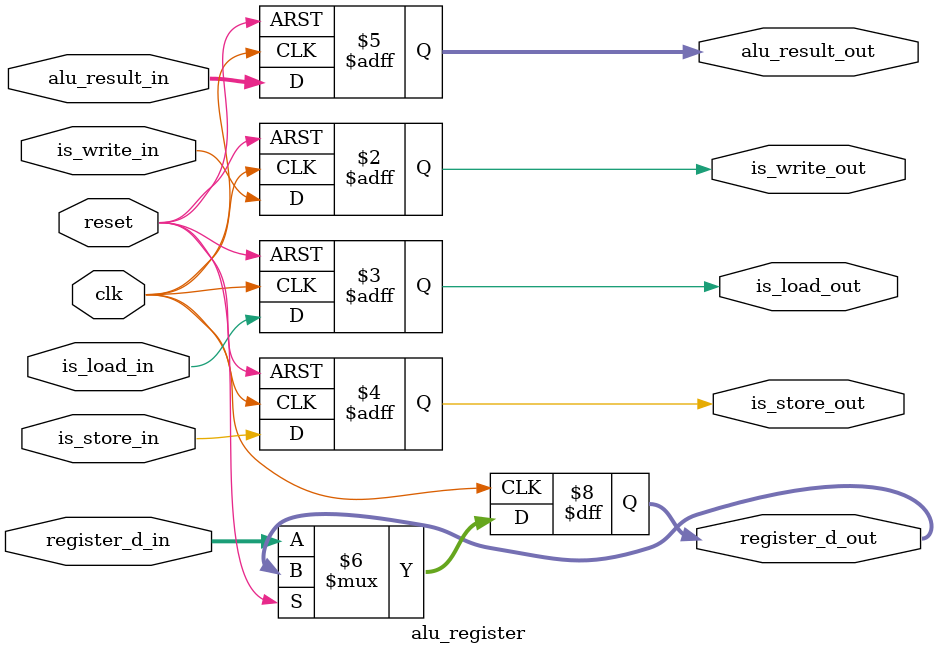
<source format=v>
module alu_register(
    input       clk,
    input       reset,
    
    input wire  is_write_in,
    input wire  is_load_in,
    input wire  is_store_in,
    //input wire  is_branch_in,

    input wire  [31:0] alu_result_in,
    input wire  [4:0] register_d_in,

    output reg  is_write_out,
    output reg  is_load_out,
    output reg  is_store_out,
    //output reg  is_branch_out,

    output reg  [31:0] alu_result_out,
    output reg  [4:0] register_d_out

);



always @(posedge clk or posedge reset) begin
    if (reset) begin
        is_write_out    <=  1'b0;
        is_load_out     <=  1'b0;
        is_store_out    <=  1'b0;
        //is_branch_out   <=  1'b0;
        alu_result_out  <=  32'b0;

    end else begin
        is_write_out    <= is_write_in;
        is_load_out     <= is_load_in;
        is_store_out    <= is_store_in;
        //is_branch_out   <= is_branch_in;
        alu_result_out  <= alu_result_in;
        register_d_out  <= register_d_in;

    end

end












endmodule
</source>
